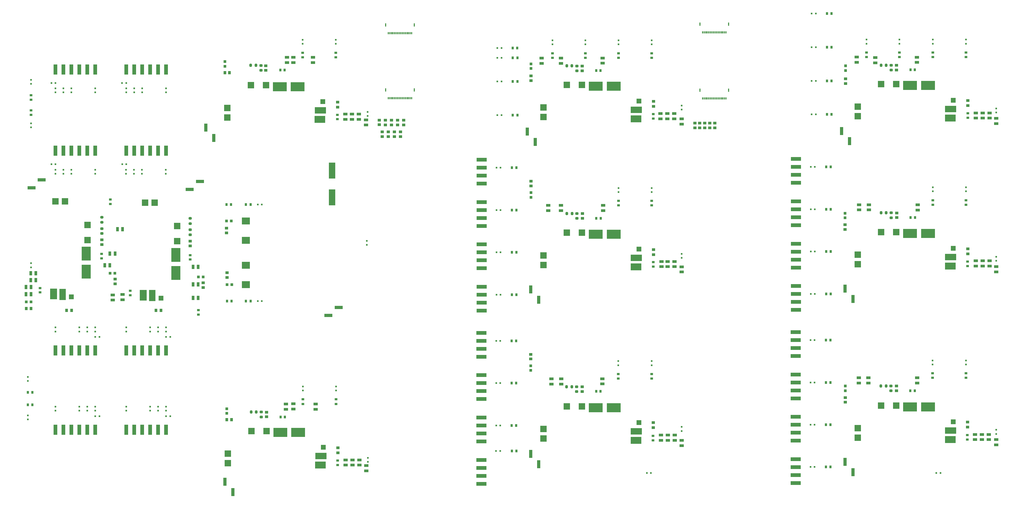
<source format=gbr>
%TF.GenerationSoftware,KiCad,Pcbnew,8.0.1-rc1*%
%TF.CreationDate,2024-04-07T21:12:12-04:00*%
%TF.ProjectId,bcrl_power_supply,6263726c-5f70-46f7-9765-725f73757070,rev?*%
%TF.SameCoordinates,Original*%
%TF.FileFunction,Paste,Top*%
%TF.FilePolarity,Positive*%
%FSLAX46Y46*%
G04 Gerber Fmt 4.6, Leading zero omitted, Abs format (unit mm)*
G04 Created by KiCad (PCBNEW 8.0.1-rc1) date 2024-04-07 21:12:12*
%MOMM*%
%LPD*%
G01*
G04 APERTURE LIST*
G04 Aperture macros list*
%AMRoundRect*
0 Rectangle with rounded corners*
0 $1 Rounding radius*
0 $2 $3 $4 $5 $6 $7 $8 $9 X,Y pos of 4 corners*
0 Add a 4 corners polygon primitive as box body*
4,1,4,$2,$3,$4,$5,$6,$7,$8,$9,$2,$3,0*
0 Add four circle primitives for the rounded corners*
1,1,$1+$1,$2,$3*
1,1,$1+$1,$4,$5*
1,1,$1+$1,$6,$7*
1,1,$1+$1,$8,$9*
0 Add four rect primitives between the rounded corners*
20,1,$1+$1,$2,$3,$4,$5,0*
20,1,$1+$1,$4,$5,$6,$7,0*
20,1,$1+$1,$6,$7,$8,$9,0*
20,1,$1+$1,$8,$9,$2,$3,0*%
G04 Aperture macros list end*
%ADD10R,0.950000X0.950000*%
%ADD11R,0.970000X1.470000*%
%ADD12RoundRect,0.225000X0.250000X-0.225000X0.250000X0.225000X-0.250000X0.225000X-0.250000X-0.225000X0*%
%ADD13R,1.470000X0.970000*%
%ADD14R,0.300000X0.700000*%
%ADD15R,0.300000X1.000000*%
%ADD16R,0.600000X0.550000*%
%ADD17R,3.180000X1.270000*%
%ADD18RoundRect,0.200000X-0.200000X-0.275000X0.200000X-0.275000X0.200000X0.275000X-0.200000X0.275000X0*%
%ADD19R,1.000000X0.850000*%
%ADD20R,0.650000X0.900000*%
%ADD21R,1.000000X2.510000*%
%ADD22R,1.270000X3.180000*%
%ADD23R,2.030000X2.030000*%
%ADD24R,4.450000X2.920000*%
%ADD25R,1.520000X1.520000*%
%ADD26R,3.680000X2.030000*%
%ADD27R,3.430000X2.160000*%
%ADD28R,0.900000X1.000000*%
%ADD29R,0.550000X0.600000*%
%ADD30R,0.750000X0.940000*%
%ADD31R,0.940000X0.750000*%
%ADD32R,0.900000X0.650000*%
%ADD33R,2.920000X4.450000*%
%ADD34R,2.030000X3.680000*%
%ADD35R,2.160000X3.430000*%
%ADD36R,1.000000X0.900000*%
%ADD37R,2.500000X2.300000*%
%ADD38R,2.510000X1.000000*%
%ADD39R,0.850000X1.000000*%
%ADD40RoundRect,0.200000X-0.275000X0.200000X-0.275000X-0.200000X0.275000X-0.200000X0.275000X0.200000X0*%
%ADD41R,2.150000X5.100000*%
G04 APERTURE END LIST*
D10*
%TO.C,D13*%
X314800000Y-174700000D03*
X314800000Y-173200000D03*
%TD*%
D11*
%TO.C,C4*%
X80070000Y-130900000D03*
X81730000Y-130900000D03*
%TD*%
D12*
%TO.C,C61*%
X229143623Y-119695000D03*
X229143623Y-118145000D03*
%TD*%
D13*
%TO.C,C75*%
X260340200Y-190517200D03*
X260340200Y-188857200D03*
%TD*%
D14*
%TO.C,J35*%
X176410000Y-81330000D03*
X175910000Y-81330000D03*
X175410000Y-81330000D03*
X174910000Y-81330000D03*
X174410000Y-81330000D03*
X173910000Y-81330000D03*
X173410000Y-81330000D03*
X172910000Y-81330000D03*
X172410000Y-81330000D03*
X171910000Y-81330000D03*
X171410000Y-81330000D03*
X170910000Y-81330000D03*
X170410000Y-81330000D03*
X169910000Y-81330000D03*
X169410000Y-81330000D03*
X168910000Y-81330000D03*
D15*
X177200000Y-78680000D03*
X168120000Y-78680000D03*
%TD*%
D16*
%TO.C,FB22*%
X90320000Y-105440000D03*
X90320000Y-104140000D03*
%TD*%
D11*
%TO.C,C12*%
X108272000Y-135128000D03*
X106612000Y-135128000D03*
%TD*%
D16*
%TO.C,FB56*%
X162440000Y-196077201D03*
X162440000Y-197377201D03*
%TD*%
D13*
%TO.C,C29*%
X144907000Y-68283400D03*
X144907000Y-69943400D03*
%TD*%
D17*
%TO.C,J72*%
X298960000Y-190640000D03*
X298960000Y-188100000D03*
X298960000Y-185560000D03*
X298960000Y-183020000D03*
%TD*%
D13*
%TO.C,C106*%
X358429200Y-190288600D03*
X358429200Y-188628600D03*
%TD*%
D18*
%TO.C,R55*%
X326175000Y-173150000D03*
X327825000Y-173150000D03*
%TD*%
D13*
%TO.C,C86*%
X358708600Y-87672600D03*
X358708600Y-86012600D03*
%TD*%
D19*
%TO.C,R24*%
X173815000Y-89830000D03*
X173815000Y-88330000D03*
%TD*%
D16*
%TO.C,FB45*%
X72860000Y-154490000D03*
X72860000Y-155790000D03*
%TD*%
D20*
%TO.C,F22*%
X208333623Y-172260000D03*
X209783623Y-172260000D03*
%TD*%
D21*
%TO.C,J68*%
X314760000Y-142130000D03*
X317300000Y-145410000D03*
%TD*%
D10*
%TO.C,D5*%
X118960000Y-140817201D03*
X117460000Y-140817201D03*
%TD*%
D16*
%TO.C,FB81*%
X342730000Y-63920000D03*
X342730000Y-62620000D03*
%TD*%
D22*
%TO.C,J14*%
X62700000Y-72200000D03*
X65240000Y-72200000D03*
X67780000Y-72200000D03*
X70320000Y-72200000D03*
X72860000Y-72200000D03*
X75400000Y-72200000D03*
%TD*%
D23*
%TO.C,PS10*%
X318790000Y-134310000D03*
X318790000Y-131270000D03*
X326280000Y-124030000D03*
X331110000Y-124030000D03*
D24*
X335490000Y-124470000D03*
X341210000Y-124470000D03*
D25*
X349270000Y-129230000D03*
D26*
X348460000Y-132030000D03*
D27*
X348320000Y-134890000D03*
%TD*%
D28*
%TO.C,R9*%
X94760000Y-149010000D03*
X96360000Y-149010000D03*
%TD*%
D13*
%TO.C,C95*%
X360873400Y-134891200D03*
X360873400Y-133231200D03*
%TD*%
%TO.C,C48*%
X161940000Y-198597201D03*
X161940000Y-200257201D03*
%TD*%
D29*
%TO.C,FB96*%
X305010000Y-185530000D03*
X303710000Y-185530000D03*
%TD*%
D16*
%TO.C,FB3*%
X54854824Y-133997201D03*
X54854824Y-135297201D03*
%TD*%
D20*
%TO.C,F2*%
X210128623Y-68400000D03*
X208678623Y-68400000D03*
%TD*%
D17*
%TO.C,J70*%
X298960000Y-163610000D03*
X298960000Y-161070000D03*
X298960000Y-158530000D03*
X298960000Y-155990000D03*
%TD*%
D16*
%TO.C,FB19*%
X62700000Y-79450000D03*
X62700000Y-78150000D03*
%TD*%
D10*
%TO.C,D7*%
X117410000Y-181907201D03*
X117410000Y-180407201D03*
%TD*%
D18*
%TO.C,R47*%
X326205000Y-70770000D03*
X327855000Y-70770000D03*
%TD*%
D20*
%TO.C,F51*%
X124960000Y-115257201D03*
X123510000Y-115257201D03*
%TD*%
D29*
%TO.C,FB90*%
X305080000Y-143770000D03*
X303780000Y-143770000D03*
%TD*%
D13*
%TO.C,C52*%
X237337600Y-68486600D03*
X237337600Y-70146600D03*
%TD*%
D29*
%TO.C,FB74*%
X204650000Y-193900000D03*
X203350000Y-193900000D03*
%TD*%
D19*
%TO.C,R26*%
X168940000Y-93570000D03*
X168940000Y-92070000D03*
%TD*%
D11*
%TO.C,C2*%
X80078000Y-134620000D03*
X78418000Y-134620000D03*
%TD*%
D18*
%TO.C,R13*%
X125035000Y-70832201D03*
X126685000Y-70832201D03*
%TD*%
D20*
%TO.C,F54*%
X124960000Y-146057201D03*
X123510000Y-146057201D03*
%TD*%
D16*
%TO.C,FB15*%
X65240000Y-79450000D03*
X65240000Y-78150000D03*
%TD*%
D30*
%TO.C,C53*%
X235303623Y-72500000D03*
X236703623Y-72500000D03*
%TD*%
D29*
%TO.C,FB71*%
X204683623Y-158760000D03*
X203383623Y-158760000D03*
%TD*%
D31*
%TO.C,C74*%
X253441200Y-190488800D03*
X253441200Y-189088800D03*
%TD*%
D19*
%TO.C,R3*%
X77485000Y-128050000D03*
X77485000Y-126550000D03*
%TD*%
D31*
%TO.C,C44*%
X152806400Y-198388200D03*
X152806400Y-196988200D03*
%TD*%
D16*
%TO.C,FB2*%
X54905176Y-89350000D03*
X54905176Y-90650000D03*
%TD*%
D13*
%TO.C,C80*%
X324383400Y-68385000D03*
X324383400Y-70045000D03*
%TD*%
D29*
%TO.C,FB88*%
X305080000Y-116770000D03*
X303780000Y-116770000D03*
%TD*%
%TO.C,FB95*%
X305010000Y-172030000D03*
X303710000Y-172030000D03*
%TD*%
D16*
%TO.C,FB35*%
X72860000Y-179760000D03*
X72860000Y-181060000D03*
%TD*%
D17*
%TO.C,J41*%
X198703623Y-149110000D03*
X198703623Y-146570000D03*
X198703623Y-144030000D03*
X198703623Y-141490000D03*
%TD*%
D19*
%TO.C,R37*%
X214433623Y-163060000D03*
X214433623Y-164560000D03*
%TD*%
D23*
%TO.C,PS11*%
X318790000Y-189710000D03*
X318790000Y-186670000D03*
X326280000Y-179430000D03*
X331110000Y-179430000D03*
D24*
X335490000Y-179870000D03*
X341210000Y-179870000D03*
D25*
X349270000Y-184630000D03*
D26*
X348460000Y-187430000D03*
D27*
X348320000Y-190290000D03*
%TD*%
D29*
%TO.C,FB38*%
X75400000Y-182790000D03*
X76700000Y-182790000D03*
%TD*%
D16*
%TO.C,FB52*%
X141560000Y-63982201D03*
X141560000Y-62682201D03*
%TD*%
D32*
%TO.C,F43*%
X152260000Y-177432201D03*
X152260000Y-178882201D03*
%TD*%
D12*
%TO.C,C41*%
X128360000Y-183032201D03*
X128360000Y-181482201D03*
%TD*%
D23*
%TO.C,PS2*%
X91280000Y-114660000D03*
X94320000Y-114660000D03*
X101560000Y-122150000D03*
X101560000Y-126980000D03*
D33*
X101120000Y-131360000D03*
X101120000Y-137080000D03*
D25*
X96360000Y-145140000D03*
D34*
X93560000Y-144330000D03*
D35*
X90700000Y-144190000D03*
%TD*%
D31*
%TO.C,C5*%
X77400000Y-131000000D03*
X77400000Y-132400000D03*
%TD*%
D30*
%TO.C,C73*%
X235273623Y-174880000D03*
X236673623Y-174880000D03*
%TD*%
D16*
%TO.C,FB93*%
X342700000Y-166300000D03*
X342700000Y-165000000D03*
%TD*%
D20*
%TO.C,F24*%
X208375000Y-193900000D03*
X209825000Y-193900000D03*
%TD*%
D36*
%TO.C,R32*%
X253603623Y-83900000D03*
X253603623Y-82300000D03*
%TD*%
D16*
%TO.C,FB40*%
X85300000Y-154490000D03*
X85300000Y-155790000D03*
%TD*%
D12*
%TO.C,C91*%
X329470000Y-119465000D03*
X329470000Y-117915000D03*
%TD*%
D31*
%TO.C,C104*%
X353745800Y-190260200D03*
X353745800Y-188860200D03*
%TD*%
D23*
%TO.C,PS8*%
X218463623Y-189940000D03*
X218463623Y-186900000D03*
X225953623Y-179660000D03*
X230783623Y-179660000D03*
D24*
X235163623Y-180100000D03*
X240883623Y-180100000D03*
D25*
X248943623Y-184860000D03*
D26*
X248133623Y-187660000D03*
D27*
X247993623Y-190520000D03*
%TD*%
D13*
%TO.C,C77*%
X255940200Y-190517200D03*
X255940200Y-188857200D03*
%TD*%
D19*
%TO.C,R45*%
X268370000Y-90770000D03*
X268370000Y-89270000D03*
%TD*%
%TO.C,R11*%
X117460000Y-138550000D03*
X117460000Y-137050000D03*
%TD*%
D13*
%TO.C,C35*%
X159578400Y-88053600D03*
X159578400Y-86393600D03*
%TD*%
D32*
%TO.C,F25*%
X353370000Y-113865000D03*
X353370000Y-115315000D03*
%TD*%
D19*
%TO.C,R18*%
X130080000Y-181510000D03*
X130080000Y-183010000D03*
%TD*%
D21*
%TO.C,J28*%
X110710000Y-90730000D03*
X113250000Y-94010000D03*
%TD*%
D29*
%TO.C,FB28*%
X62690000Y-102410000D03*
X61390000Y-102410000D03*
%TD*%
D19*
%TO.C,R54*%
X314800000Y-178350000D03*
X314800000Y-176850000D03*
%TD*%
D32*
%TO.C,F46*%
X54905176Y-80375000D03*
X54905176Y-81825000D03*
%TD*%
D13*
%TO.C,C87*%
X356508600Y-87672600D03*
X356508600Y-86012600D03*
%TD*%
%TO.C,C30*%
X138607800Y-68283400D03*
X138607800Y-69943400D03*
%TD*%
D22*
%TO.C,J15*%
X85300000Y-98100000D03*
X87840000Y-98100000D03*
X90380000Y-98100000D03*
X92920000Y-98100000D03*
X95460000Y-98100000D03*
X98000000Y-98100000D03*
%TD*%
D29*
%TO.C,FB8*%
X127240000Y-146057201D03*
X128540000Y-146057201D03*
%TD*%
D20*
%TO.C,F31*%
X308730000Y-103270000D03*
X310180000Y-103270000D03*
%TD*%
D17*
%TO.C,J49*%
X198633623Y-204370000D03*
X198633623Y-201830000D03*
X198633623Y-199290000D03*
X198633623Y-196750000D03*
%TD*%
D13*
%TO.C,C99*%
X322224400Y-170543800D03*
X322224400Y-172203800D03*
%TD*%
D20*
%TO.C,F1*%
X210125000Y-65300000D03*
X208675000Y-65300000D03*
%TD*%
D13*
%TO.C,C47*%
X155305400Y-198416600D03*
X155305400Y-196756600D03*
%TD*%
D10*
%TO.C,D1*%
X81650000Y-137200000D03*
X80150000Y-137200000D03*
%TD*%
D16*
%TO.C,FB84*%
X362995176Y-84572799D03*
X362995176Y-85872799D03*
%TD*%
D13*
%TO.C,C40*%
X145770600Y-178925800D03*
X145770600Y-180585800D03*
%TD*%
D17*
%TO.C,J48*%
X198633623Y-190870000D03*
X198633623Y-188330000D03*
X198633623Y-185790000D03*
X198633623Y-183250000D03*
%TD*%
%TO.C,J63*%
X299030000Y-121850000D03*
X299030000Y-119310000D03*
X299030000Y-116770000D03*
X299030000Y-114230000D03*
%TD*%
D13*
%TO.C,C85*%
X360908600Y-87672600D03*
X360908600Y-86012600D03*
%TD*%
D19*
%TO.C,R22*%
X172850000Y-93570000D03*
X172850000Y-92070000D03*
%TD*%
D21*
%TO.C,J52*%
X214430000Y-194860000D03*
X216970000Y-198140000D03*
%TD*%
D16*
%TO.C,FB51*%
X152160000Y-63982201D03*
X152160000Y-62682201D03*
%TD*%
D20*
%TO.C,F55*%
X118910000Y-146057201D03*
X117460000Y-146057201D03*
%TD*%
D29*
%TO.C,FB103*%
X252783600Y-200902799D03*
X251483600Y-200902799D03*
%TD*%
D13*
%TO.C,C67*%
X260273800Y-135094400D03*
X260273800Y-133434400D03*
%TD*%
D16*
%TO.C,FB85*%
X353370000Y-111040000D03*
X353370000Y-109740000D03*
%TD*%
D19*
%TO.C,R41*%
X269970000Y-90770000D03*
X269970000Y-89270000D03*
%TD*%
D16*
%TO.C,FB5*%
X53900000Y-182550000D03*
X53900000Y-183850000D03*
%TD*%
D29*
%TO.C,FB67*%
X204753623Y-144000000D03*
X203453623Y-144000000D03*
%TD*%
D37*
%TO.C,C22*%
X123510000Y-134617201D03*
X123510000Y-140817201D03*
%TD*%
D16*
%TO.C,FB92*%
X353300000Y-166300000D03*
X353300000Y-165000000D03*
%TD*%
%TO.C,FB9*%
X162050000Y-126850000D03*
X162050000Y-128150000D03*
%TD*%
D29*
%TO.C,FB36*%
X98000000Y-182790000D03*
X99300000Y-182790000D03*
%TD*%
D31*
%TO.C,C6*%
X57810000Y-143310000D03*
X57810000Y-141910000D03*
%TD*%
D19*
%TO.C,R46*%
X314900000Y-76662500D03*
X314900000Y-75162500D03*
%TD*%
D13*
%TO.C,C82*%
X337642200Y-68232600D03*
X337642200Y-69892600D03*
%TD*%
D29*
%TO.C,FB58*%
X205053623Y-68400000D03*
X203753623Y-68400000D03*
%TD*%
D10*
%TO.C,D4*%
X117310000Y-120497201D03*
X118810000Y-120497201D03*
%TD*%
D38*
%TO.C,J7*%
X105520000Y-110410000D03*
X108800000Y-107870000D03*
%TD*%
D16*
%TO.C,FB31*%
X62700000Y-179760000D03*
X62700000Y-181060000D03*
%TD*%
D13*
%TO.C,C32*%
X136626600Y-68283400D03*
X136626600Y-69943400D03*
%TD*%
D36*
%TO.C,R53*%
X353930000Y-131000000D03*
X353930000Y-129400000D03*
%TD*%
D23*
%TO.C,PS7*%
X218463623Y-134540000D03*
X218463623Y-131500000D03*
X225953623Y-124260000D03*
X230783623Y-124260000D03*
D24*
X235163623Y-124700000D03*
X240883623Y-124700000D03*
D25*
X248943623Y-129460000D03*
D26*
X248133623Y-132260000D03*
D27*
X247993623Y-135120000D03*
%TD*%
D13*
%TO.C,C90*%
X319251400Y-115324200D03*
X319251400Y-116984200D03*
%TD*%
D12*
%TO.C,C71*%
X229073623Y-174955000D03*
X229073623Y-173405000D03*
%TD*%
D20*
%TO.C,F7*%
X310455000Y-75770000D03*
X309005000Y-75770000D03*
%TD*%
D16*
%TO.C,FB30*%
X85300000Y-179760000D03*
X85300000Y-181060000D03*
%TD*%
D17*
%TO.C,J39*%
X198703623Y-122080000D03*
X198703623Y-119540000D03*
X198703623Y-117000000D03*
X198703623Y-114460000D03*
%TD*%
D14*
%TO.C,J55*%
X276740000Y-81400000D03*
X276240000Y-81400000D03*
X275740000Y-81400000D03*
X275240000Y-81400000D03*
X274740000Y-81400000D03*
X274240000Y-81400000D03*
X273740000Y-81400000D03*
X273240000Y-81400000D03*
X272740000Y-81400000D03*
X272240000Y-81400000D03*
X271740000Y-81400000D03*
X271240000Y-81400000D03*
X270740000Y-81400000D03*
X270240000Y-81400000D03*
X269740000Y-81400000D03*
X269240000Y-81400000D03*
D15*
X277530000Y-78750000D03*
X268450000Y-78750000D03*
%TD*%
D32*
%TO.C,F19*%
X252973623Y-169355000D03*
X252973623Y-170805000D03*
%TD*%
D16*
%TO.C,FB39*%
X75400000Y-179760000D03*
X75400000Y-181060000D03*
%TD*%
%TO.C,FB23*%
X67780000Y-105440000D03*
X67780000Y-104140000D03*
%TD*%
D20*
%TO.C,F39*%
X308660000Y-185530000D03*
X310110000Y-185530000D03*
%TD*%
D13*
%TO.C,C55*%
X262540000Y-87900000D03*
X262540000Y-89560000D03*
%TD*%
D16*
%TO.C,FB44*%
X95460000Y-154490000D03*
X95460000Y-155790000D03*
%TD*%
%TO.C,FB27*%
X85240000Y-105440000D03*
X85240000Y-104140000D03*
%TD*%
D29*
%TO.C,FB73*%
X204683623Y-185760000D03*
X203383623Y-185760000D03*
%TD*%
D16*
%TO.C,FB63*%
X242443623Y-111270000D03*
X242443623Y-109970000D03*
%TD*%
%TO.C,FB99*%
X253003623Y-64150000D03*
X253003623Y-62850000D03*
%TD*%
D17*
%TO.C,J73*%
X298960000Y-204140000D03*
X298960000Y-201600000D03*
X298960000Y-199060000D03*
X298960000Y-196520000D03*
%TD*%
D13*
%TO.C,C39*%
X136245600Y-178925800D03*
X136245600Y-180585800D03*
%TD*%
D11*
%TO.C,C10*%
X54904824Y-143843869D03*
X53244824Y-143843869D03*
%TD*%
D29*
%TO.C,FB57*%
X205050000Y-65300000D03*
X203750000Y-65300000D03*
%TD*%
D16*
%TO.C,FB68*%
X262540000Y-130980000D03*
X262540000Y-132280000D03*
%TD*%
D13*
%TO.C,C37*%
X155178400Y-88053600D03*
X155178400Y-86393600D03*
%TD*%
D36*
%TO.C,R15*%
X152760000Y-84157201D03*
X152760000Y-82557201D03*
%TD*%
D13*
%TO.C,C100*%
X319124400Y-170543800D03*
X319124400Y-172203800D03*
%TD*%
D16*
%TO.C,FB70*%
X242373623Y-166530000D03*
X242373623Y-165230000D03*
%TD*%
D13*
%TO.C,C96*%
X358673400Y-134891200D03*
X358673400Y-133231200D03*
%TD*%
D20*
%TO.C,F23*%
X208333623Y-185760000D03*
X209783623Y-185760000D03*
%TD*%
D13*
%TO.C,C58*%
X260197600Y-87875800D03*
X260197600Y-86215800D03*
%TD*%
D16*
%TO.C,FB47*%
X98000000Y-154490000D03*
X98000000Y-155790000D03*
%TD*%
D20*
%TO.C,F13*%
X208403623Y-103500000D03*
X209853623Y-103500000D03*
%TD*%
D13*
%TO.C,C68*%
X262540000Y-135120000D03*
X262540000Y-136780000D03*
%TD*%
D32*
%TO.C,F12*%
X221303623Y-66975000D03*
X221303623Y-68425000D03*
%TD*%
D16*
%TO.C,FB17*%
X85260000Y-79450000D03*
X85260000Y-78150000D03*
%TD*%
D13*
%TO.C,C46*%
X157505400Y-198416600D03*
X157505400Y-196756600D03*
%TD*%
D29*
%TO.C,FB94*%
X305010000Y-158530000D03*
X303710000Y-158530000D03*
%TD*%
D38*
%TO.C,J3*%
X58310000Y-107360000D03*
X55030000Y-109900000D03*
%TD*%
D32*
%TO.C,F17*%
X253043623Y-114095000D03*
X253043623Y-115545000D03*
%TD*%
D13*
%TO.C,C107*%
X356229200Y-190288600D03*
X356229200Y-188628600D03*
%TD*%
D11*
%TO.C,C1*%
X82482000Y-123113800D03*
X84142000Y-123113800D03*
%TD*%
D13*
%TO.C,C66*%
X258089400Y-135094400D03*
X258089400Y-133434400D03*
%TD*%
D20*
%TO.C,F33*%
X308730000Y-130270000D03*
X310180000Y-130270000D03*
%TD*%
D16*
%TO.C,FB42*%
X92920000Y-154490000D03*
X92920000Y-155790000D03*
%TD*%
D28*
%TO.C,R4*%
X66240000Y-149010000D03*
X67840000Y-149010000D03*
%TD*%
D31*
%TO.C,C94*%
X353847400Y-134862800D03*
X353847400Y-133462800D03*
%TD*%
D29*
%TO.C,FB64*%
X204753623Y-103500000D03*
X203453623Y-103500000D03*
%TD*%
D17*
%TO.C,J64*%
X299030000Y-135380000D03*
X299030000Y-132840000D03*
X299030000Y-130300000D03*
X299030000Y-127760000D03*
%TD*%
D29*
%TO.C,FB66*%
X204753623Y-130500000D03*
X203453623Y-130500000D03*
%TD*%
D32*
%TO.C,F41*%
X152160000Y-66807201D03*
X152160000Y-68257201D03*
%TD*%
%TO.C,F9*%
X253003623Y-66975000D03*
X253003623Y-68425000D03*
%TD*%
D22*
%TO.C,J20*%
X75400000Y-161825000D03*
X72860000Y-161825000D03*
X70320000Y-161825000D03*
X67780000Y-161825000D03*
X65240000Y-161825000D03*
X62700000Y-161825000D03*
%TD*%
D30*
%TO.C,C103*%
X335600000Y-174650000D03*
X337000000Y-174650000D03*
%TD*%
D13*
%TO.C,C108*%
X362995176Y-190290000D03*
X362995176Y-191950000D03*
%TD*%
D19*
%TO.C,R31*%
X230853623Y-71050000D03*
X230853623Y-72550000D03*
%TD*%
D20*
%TO.C,F38*%
X308660000Y-172030000D03*
X310110000Y-172030000D03*
%TD*%
D36*
%TO.C,R49*%
X353930000Y-83670000D03*
X353930000Y-82070000D03*
%TD*%
D13*
%TO.C,C102*%
X337743800Y-170569200D03*
X337743800Y-172229200D03*
%TD*%
D11*
%TO.C,C14*%
X108272000Y-140716000D03*
X106612000Y-140716000D03*
%TD*%
D13*
%TO.C,C56*%
X255797600Y-87875800D03*
X255797600Y-86215800D03*
%TD*%
D31*
%TO.C,C84*%
X353923600Y-87542600D03*
X353923600Y-86142600D03*
%TD*%
D11*
%TO.C,C11*%
X108246600Y-145059400D03*
X106586600Y-145059400D03*
%TD*%
D16*
%TO.C,FB29*%
X62690000Y-105440000D03*
X62690000Y-104140000D03*
%TD*%
%TO.C,FB10*%
X98000000Y-79450000D03*
X98000000Y-78150000D03*
%TD*%
D20*
%TO.C,F6*%
X310455000Y-65070000D03*
X309005000Y-65070000D03*
%TD*%
D21*
%TO.C,J76*%
X314690000Y-197390000D03*
X317230000Y-200670000D03*
%TD*%
D13*
%TO.C,C50*%
X224078800Y-68512000D03*
X224078800Y-70172000D03*
%TD*%
D32*
%TO.C,F10*%
X242403623Y-66975000D03*
X242403623Y-68425000D03*
%TD*%
D31*
%TO.C,C54*%
X253492000Y-87796600D03*
X253492000Y-86396600D03*
%TD*%
D32*
%TO.C,F44*%
X141660000Y-177432201D03*
X141660000Y-178882201D03*
%TD*%
D13*
%TO.C,C78*%
X262540000Y-190520000D03*
X262540000Y-192180000D03*
%TD*%
D10*
%TO.C,D9*%
X214503623Y-111450000D03*
X214503623Y-112950000D03*
%TD*%
%TO.C,D6*%
X116810000Y-71107201D03*
X116810000Y-69607201D03*
%TD*%
D30*
%TO.C,C43*%
X134529600Y-183083200D03*
X135929600Y-183083200D03*
%TD*%
D19*
%TO.C,R10*%
X117310000Y-124307201D03*
X117310000Y-122807201D03*
%TD*%
D29*
%TO.C,FB7*%
X127240000Y-115257201D03*
X128540000Y-115257201D03*
%TD*%
D32*
%TO.C,F47*%
X54905176Y-86625000D03*
X54905176Y-85175000D03*
%TD*%
D29*
%TO.C,FB59*%
X205053623Y-76000000D03*
X203753623Y-76000000D03*
%TD*%
D13*
%TO.C,C60*%
X224028000Y-115502000D03*
X224028000Y-117162000D03*
%TD*%
D39*
%TO.C,R12*%
X118260000Y-73157201D03*
X116760000Y-73157201D03*
%TD*%
D36*
%TO.C,R40*%
X253533623Y-186490000D03*
X253533623Y-184890000D03*
%TD*%
D16*
%TO.C,FB102*%
X221303623Y-64150000D03*
X221303623Y-62850000D03*
%TD*%
D13*
%TO.C,C105*%
X360629200Y-190288600D03*
X360629200Y-188628600D03*
%TD*%
D32*
%TO.C,F27*%
X353330000Y-66745000D03*
X353330000Y-68195000D03*
%TD*%
D19*
%TO.C,R29*%
X214477600Y-75705400D03*
X214477600Y-74205400D03*
%TD*%
D13*
%TO.C,C45*%
X159705400Y-198416600D03*
X159705400Y-196756600D03*
%TD*%
D10*
%TO.C,D8*%
X214500000Y-71850000D03*
X214500000Y-70350000D03*
%TD*%
D20*
%TO.C,F40*%
X308660000Y-199030000D03*
X310110000Y-199030000D03*
%TD*%
D13*
%TO.C,C57*%
X257997600Y-87875800D03*
X257997600Y-86215800D03*
%TD*%
D32*
%TO.C,F36*%
X342700000Y-169125000D03*
X342700000Y-170575000D03*
%TD*%
D17*
%TO.C,J47*%
X198633623Y-177340000D03*
X198633623Y-174800000D03*
X198633623Y-172260000D03*
X198633623Y-169720000D03*
%TD*%
%TO.C,J40*%
X198703623Y-135610000D03*
X198703623Y-133070000D03*
X198703623Y-130530000D03*
X198703623Y-127990000D03*
%TD*%
D29*
%TO.C,FB46*%
X98000000Y-157520000D03*
X99300000Y-157520000D03*
%TD*%
D16*
%TO.C,FB1*%
X54905176Y-76750000D03*
X54905176Y-75450000D03*
%TD*%
D10*
%TO.C,D2*%
X53390000Y-146330000D03*
X54890000Y-146330000D03*
%TD*%
D16*
%TO.C,FB69*%
X252973623Y-166530000D03*
X252973623Y-165230000D03*
%TD*%
D13*
%TO.C,C69*%
X224129600Y-170874000D03*
X224129600Y-172534000D03*
%TD*%
D16*
%TO.C,FB11*%
X75400000Y-79450000D03*
X75400000Y-78150000D03*
%TD*%
D13*
%TO.C,C88*%
X363030000Y-87740000D03*
X363030000Y-89400000D03*
%TD*%
D32*
%TO.C,F30*%
X321630000Y-66745000D03*
X321630000Y-68195000D03*
%TD*%
D23*
%TO.C,PS9*%
X318790000Y-87090000D03*
X318790000Y-84050000D03*
X326280000Y-76810000D03*
X331110000Y-76810000D03*
D24*
X335490000Y-77250000D03*
X341210000Y-77250000D03*
D25*
X349270000Y-82010000D03*
D26*
X348460000Y-84810000D03*
D27*
X348320000Y-87670000D03*
%TD*%
D31*
%TO.C,C15*%
X105660000Y-131400000D03*
X105660000Y-132800000D03*
%TD*%
D13*
%TO.C,C38*%
X161860000Y-88227201D03*
X161860000Y-89887201D03*
%TD*%
D16*
%TO.C,FB62*%
X253043623Y-111270000D03*
X253043623Y-109970000D03*
%TD*%
D31*
%TO.C,C64*%
X253492000Y-135066000D03*
X253492000Y-133666000D03*
%TD*%
D16*
%TO.C,FB21*%
X75340000Y-105440000D03*
X75340000Y-104140000D03*
%TD*%
D19*
%TO.C,R48*%
X331180000Y-70820000D03*
X331180000Y-72320000D03*
%TD*%
D17*
%TO.C,J65*%
X299030000Y-148880000D03*
X299030000Y-146340000D03*
X299030000Y-143800000D03*
X299030000Y-141260000D03*
%TD*%
D16*
%TO.C,FB43*%
X70320000Y-154490000D03*
X70320000Y-155790000D03*
%TD*%
D20*
%TO.C,F4*%
X210128623Y-86700000D03*
X208678623Y-86700000D03*
%TD*%
%TO.C,F8*%
X310455000Y-86470000D03*
X309005000Y-86470000D03*
%TD*%
D40*
%TO.C,R7*%
X105660000Y-119675000D03*
X105660000Y-121325000D03*
%TD*%
D11*
%TO.C,C8*%
X54796000Y-139410535D03*
X56456000Y-139410535D03*
%TD*%
D20*
%TO.C,F49*%
X53900000Y-175200000D03*
X55350000Y-175200000D03*
%TD*%
D13*
%TO.C,C18*%
X84074000Y-145610000D03*
X84074000Y-143950000D03*
%TD*%
%TO.C,C98*%
X363030000Y-135070000D03*
X363030000Y-136730000D03*
%TD*%
D29*
%TO.C,FB79*%
X305380000Y-86470000D03*
X304080000Y-86470000D03*
%TD*%
D12*
%TO.C,C81*%
X329430000Y-72345000D03*
X329430000Y-70795000D03*
%TD*%
D32*
%TO.C,F29*%
X332130000Y-66745000D03*
X332130000Y-68195000D03*
%TD*%
D10*
%TO.C,D12*%
X314700000Y-119525000D03*
X314700000Y-118025000D03*
%TD*%
D21*
%TO.C,J44*%
X214433623Y-142360000D03*
X216973623Y-145640000D03*
%TD*%
D16*
%TO.C,FB32*%
X92920000Y-179760000D03*
X92920000Y-181060000D03*
%TD*%
D23*
%TO.C,PS5*%
X117740000Y-197837201D03*
X117740000Y-194797201D03*
X125230000Y-187557201D03*
X130060000Y-187557201D03*
D24*
X134440000Y-187997201D03*
X140160000Y-187997201D03*
D25*
X148220000Y-192757201D03*
D26*
X147410000Y-195557201D03*
D27*
X147270000Y-198417201D03*
%TD*%
D20*
%TO.C,F16*%
X208403623Y-144000000D03*
X209853623Y-144000000D03*
%TD*%
D21*
%TO.C,J36*%
X213303623Y-92000000D03*
X215843623Y-95280000D03*
%TD*%
D20*
%TO.C,F5*%
X310455000Y-54270000D03*
X309005000Y-54270000D03*
%TD*%
D16*
%TO.C,FB91*%
X362995176Y-131902799D03*
X362995176Y-133202799D03*
%TD*%
D40*
%TO.C,R2*%
X77480000Y-119295000D03*
X77480000Y-120945000D03*
%TD*%
D13*
%TO.C,C92*%
X337972400Y-115349600D03*
X337972400Y-117009600D03*
%TD*%
D16*
%TO.C,FB55*%
X141660000Y-174607201D03*
X141660000Y-173307201D03*
%TD*%
D37*
%TO.C,C21*%
X123510000Y-120497201D03*
X123510000Y-126697201D03*
%TD*%
D29*
%TO.C,FB78*%
X305380000Y-75770000D03*
X304080000Y-75770000D03*
%TD*%
%TO.C,FB65*%
X204753623Y-117000000D03*
X203453623Y-117000000D03*
%TD*%
D19*
%TO.C,R39*%
X230823623Y-173430000D03*
X230823623Y-174930000D03*
%TD*%
%TO.C,R44*%
X266770000Y-90770000D03*
X266770000Y-89270000D03*
%TD*%
%TO.C,R8*%
X105660000Y-128430000D03*
X105660000Y-126930000D03*
%TD*%
D22*
%TO.C,J13*%
X85300000Y-72200000D03*
X87840000Y-72200000D03*
X90380000Y-72200000D03*
X92920000Y-72200000D03*
X95460000Y-72200000D03*
X98000000Y-72200000D03*
%TD*%
D29*
%TO.C,FB77*%
X305380000Y-65070000D03*
X304080000Y-65070000D03*
%TD*%
D16*
%TO.C,FB100*%
X242403623Y-64150000D03*
X242403623Y-62850000D03*
%TD*%
%TO.C,FB14*%
X87840000Y-79450000D03*
X87840000Y-78150000D03*
%TD*%
D13*
%TO.C,C49*%
X217881200Y-68512000D03*
X217881200Y-70172000D03*
%TD*%
D36*
%TO.C,R57*%
X353860000Y-186260000D03*
X353860000Y-184660000D03*
%TD*%
D16*
%TO.C,FB61*%
X262540000Y-83650000D03*
X262540000Y-84950000D03*
%TD*%
D36*
%TO.C,R19*%
X152840000Y-194527201D03*
X152840000Y-192927201D03*
%TD*%
D13*
%TO.C,C42*%
X138633200Y-178875000D03*
X138633200Y-180535000D03*
%TD*%
D16*
%TO.C,FB33*%
X70320000Y-179760000D03*
X70320000Y-181060000D03*
%TD*%
D13*
%TO.C,C97*%
X356473400Y-134891200D03*
X356473400Y-133231200D03*
%TD*%
D29*
%TO.C,FB16*%
X85270000Y-76500000D03*
X83970000Y-76500000D03*
%TD*%
D13*
%TO.C,C79*%
X318490600Y-68207200D03*
X318490600Y-69867200D03*
%TD*%
D38*
%TO.C,J11*%
X153070000Y-148117201D03*
X149790000Y-150657201D03*
%TD*%
D39*
%TO.C,R16*%
X118860000Y-183957201D03*
X117360000Y-183957201D03*
%TD*%
D30*
%TO.C,C83*%
X335630000Y-72270000D03*
X337030000Y-72270000D03*
%TD*%
D23*
%TO.C,PS6*%
X218463623Y-87320000D03*
X218463623Y-84280000D03*
X225953623Y-77040000D03*
X230783623Y-77040000D03*
D24*
X235163623Y-77480000D03*
X240883623Y-77480000D03*
D25*
X248943623Y-82240000D03*
D26*
X248133623Y-85040000D03*
D27*
X247993623Y-87900000D03*
%TD*%
D16*
%TO.C,FB20*%
X97940000Y-105440000D03*
X97940000Y-104140000D03*
%TD*%
%TO.C,FB82*%
X332130000Y-63920000D03*
X332130000Y-62620000D03*
%TD*%
D20*
%TO.C,F15*%
X208403623Y-130500000D03*
X209853623Y-130500000D03*
%TD*%
D23*
%TO.C,PS1*%
X62680000Y-114260000D03*
X65720000Y-114260000D03*
X72960000Y-121750000D03*
X72960000Y-126580000D03*
D33*
X72520000Y-130960000D03*
X72520000Y-136680000D03*
D25*
X67760000Y-144740000D03*
D34*
X64960000Y-143930000D03*
D35*
X62100000Y-143790000D03*
%TD*%
D29*
%TO.C,FB48*%
X75400000Y-157520000D03*
X76700000Y-157520000D03*
%TD*%
D16*
%TO.C,FB80*%
X353330000Y-63920000D03*
X353330000Y-62620000D03*
%TD*%
D12*
%TO.C,C51*%
X229103623Y-72575000D03*
X229103623Y-71025000D03*
%TD*%
D19*
%TO.C,R27*%
X169910000Y-89830000D03*
X169910000Y-88330000D03*
%TD*%
D16*
%TO.C,FB41*%
X62700000Y-154490000D03*
X62700000Y-155790000D03*
%TD*%
D32*
%TO.C,F28*%
X342730000Y-66745000D03*
X342730000Y-68195000D03*
%TD*%
D16*
%TO.C,FB83*%
X321630000Y-63920000D03*
X321630000Y-62620000D03*
%TD*%
D19*
%TO.C,R33*%
X214503623Y-107800000D03*
X214503623Y-109300000D03*
%TD*%
D16*
%TO.C,FB98*%
X362995176Y-187162799D03*
X362995176Y-188462799D03*
%TD*%
D19*
%TO.C,R56*%
X331150000Y-173200000D03*
X331150000Y-174700000D03*
%TD*%
D31*
%TO.C,C16*%
X86560000Y-144200000D03*
X86560000Y-142800000D03*
%TD*%
D19*
%TO.C,R52*%
X331220000Y-117940000D03*
X331220000Y-119440000D03*
%TD*%
D30*
%TO.C,C33*%
X134460000Y-72332201D03*
X135860000Y-72332201D03*
%TD*%
D16*
%TO.C,FB12*%
X90370000Y-79450000D03*
X90370000Y-78150000D03*
%TD*%
%TO.C,FB37*%
X98000000Y-179760000D03*
X98000000Y-181060000D03*
%TD*%
D32*
%TO.C,F18*%
X242443623Y-114095000D03*
X242443623Y-115545000D03*
%TD*%
D16*
%TO.C,FB101*%
X231803623Y-64150000D03*
X231803623Y-62850000D03*
%TD*%
D19*
%TO.C,R1*%
X81700000Y-140550000D03*
X81700000Y-139050000D03*
%TD*%
D18*
%TO.C,R30*%
X225878623Y-71000000D03*
X227528623Y-71000000D03*
%TD*%
D20*
%TO.C,F37*%
X308660000Y-158530000D03*
X310110000Y-158530000D03*
%TD*%
D10*
%TO.C,D10*%
X214433623Y-166710000D03*
X214433623Y-168210000D03*
%TD*%
D16*
%TO.C,FB86*%
X342770000Y-111040000D03*
X342770000Y-109740000D03*
%TD*%
D17*
%TO.C,J38*%
X198703623Y-108580000D03*
X198703623Y-106040000D03*
X198703623Y-103500000D03*
X198703623Y-100960000D03*
%TD*%
D13*
%TO.C,C62*%
X237490000Y-115502000D03*
X237490000Y-117162000D03*
%TD*%
D22*
%TO.C,J16*%
X62700000Y-98100000D03*
X65240000Y-98100000D03*
X67780000Y-98100000D03*
X70320000Y-98100000D03*
X72860000Y-98100000D03*
X75400000Y-98100000D03*
%TD*%
D18*
%TO.C,R51*%
X326245000Y-117890000D03*
X327895000Y-117890000D03*
%TD*%
D14*
%TO.C,J34*%
X176410000Y-60552500D03*
X175910000Y-60552500D03*
X175410000Y-60552500D03*
X174910000Y-60552500D03*
X174410000Y-60552500D03*
X173910000Y-60552500D03*
X173410000Y-60552500D03*
X172910000Y-60552500D03*
X172410000Y-60552500D03*
X171910000Y-60552500D03*
X171410000Y-60552500D03*
X170910000Y-60552500D03*
X170410000Y-60552500D03*
X169910000Y-60552500D03*
X169410000Y-60552500D03*
X168910000Y-60552500D03*
D15*
X177200000Y-57902500D03*
X168120000Y-57902500D03*
%TD*%
D12*
%TO.C,C31*%
X128260000Y-72407201D03*
X128260000Y-70857201D03*
%TD*%
D21*
%TO.C,J32*%
X116740000Y-203717201D03*
X119280000Y-206997201D03*
%TD*%
D12*
%TO.C,C13*%
X105680000Y-124885000D03*
X105680000Y-123335000D03*
%TD*%
D36*
%TO.C,R36*%
X253603623Y-131230000D03*
X253603623Y-129630000D03*
%TD*%
D19*
%TO.C,R28*%
X170870000Y-93560000D03*
X170870000Y-92060000D03*
%TD*%
D16*
%TO.C,FB4*%
X53900000Y-171550000D03*
X53900000Y-170250000D03*
%TD*%
D20*
%TO.C,F21*%
X208333623Y-158760000D03*
X209783623Y-158760000D03*
%TD*%
D10*
%TO.C,D11*%
X314900000Y-72512500D03*
X314900000Y-71012500D03*
%TD*%
D30*
%TO.C,C93*%
X335670000Y-119390000D03*
X337070000Y-119390000D03*
%TD*%
D16*
%TO.C,FB25*%
X65240000Y-105440000D03*
X65240000Y-104140000D03*
%TD*%
D20*
%TO.C,F53*%
X118760000Y-115257201D03*
X117310000Y-115257201D03*
%TD*%
D11*
%TO.C,C9*%
X54904824Y-141627201D03*
X53244824Y-141627201D03*
%TD*%
D16*
%TO.C,FB49*%
X75400000Y-154490000D03*
X75400000Y-155790000D03*
%TD*%
D18*
%TO.C,R34*%
X225918623Y-118120000D03*
X227568623Y-118120000D03*
%TD*%
D13*
%TO.C,C72*%
X237261400Y-170848600D03*
X237261400Y-172508600D03*
%TD*%
D19*
%TO.C,R14*%
X129860000Y-70950000D03*
X129860000Y-72450000D03*
%TD*%
D12*
%TO.C,C101*%
X329400000Y-174725000D03*
X329400000Y-173175000D03*
%TD*%
D13*
%TO.C,C36*%
X157378400Y-88053600D03*
X157378400Y-86393600D03*
%TD*%
%TO.C,C65*%
X256108200Y-135094400D03*
X256108200Y-133434400D03*
%TD*%
D32*
%TO.C,F11*%
X231803623Y-66975000D03*
X231803623Y-68425000D03*
%TD*%
D30*
%TO.C,C63*%
X235343623Y-119620000D03*
X236743623Y-119620000D03*
%TD*%
D11*
%TO.C,C7*%
X54796000Y-137193869D03*
X56456000Y-137193869D03*
%TD*%
D29*
%TO.C,FB50*%
X345175176Y-200900000D03*
X343875176Y-200900000D03*
%TD*%
%TO.C,FB60*%
X205053623Y-86700000D03*
X203753623Y-86700000D03*
%TD*%
%TO.C,FB87*%
X305080000Y-103270000D03*
X303780000Y-103270000D03*
%TD*%
D12*
%TO.C,C3*%
X77480000Y-124515000D03*
X77480000Y-122965000D03*
%TD*%
D16*
%TO.C,FB75*%
X262540000Y-186240000D03*
X262540000Y-187540000D03*
%TD*%
D19*
%TO.C,R35*%
X230893623Y-118170000D03*
X230893623Y-119670000D03*
%TD*%
D13*
%TO.C,C17*%
X80975200Y-145762400D03*
X80975200Y-144102400D03*
%TD*%
D18*
%TO.C,R17*%
X125135000Y-181457201D03*
X126785000Y-181457201D03*
%TD*%
D29*
%TO.C,FB76*%
X305380000Y-54270000D03*
X304080000Y-54270000D03*
%TD*%
D19*
%TO.C,R43*%
X273170000Y-90770000D03*
X273170000Y-89270000D03*
%TD*%
D32*
%TO.C,F20*%
X242373623Y-169355000D03*
X242373623Y-170805000D03*
%TD*%
%TO.C,F45*%
X80200000Y-115125000D03*
X80200000Y-113675000D03*
%TD*%
D16*
%TO.C,FB34*%
X95460000Y-179760000D03*
X95460000Y-181060000D03*
%TD*%
D29*
%TO.C,FB89*%
X305080000Y-130270000D03*
X303780000Y-130270000D03*
%TD*%
D32*
%TO.C,F26*%
X342770000Y-113865000D03*
X342770000Y-115315000D03*
%TD*%
D22*
%TO.C,J18*%
X75400000Y-187100000D03*
X72860000Y-187100000D03*
X70320000Y-187100000D03*
X67780000Y-187100000D03*
X65240000Y-187100000D03*
X62700000Y-187100000D03*
%TD*%
D20*
%TO.C,F14*%
X208403623Y-117000000D03*
X209853623Y-117000000D03*
%TD*%
D13*
%TO.C,C59*%
X219964000Y-115502000D03*
X219964000Y-117162000D03*
%TD*%
D14*
%TO.C,J54*%
X276740000Y-60300000D03*
X276240000Y-60300000D03*
X275740000Y-60300000D03*
X275240000Y-60300000D03*
X274740000Y-60300000D03*
X274240000Y-60300000D03*
X273740000Y-60300000D03*
X273240000Y-60300000D03*
X272740000Y-60300000D03*
X272240000Y-60300000D03*
X271740000Y-60300000D03*
X271240000Y-60300000D03*
X270740000Y-60300000D03*
X270240000Y-60300000D03*
X269740000Y-60300000D03*
X269240000Y-60300000D03*
D15*
X277530000Y-57650000D03*
X268450000Y-57650000D03*
%TD*%
D29*
%TO.C,FB72*%
X204683623Y-172260000D03*
X203383623Y-172260000D03*
%TD*%
D32*
%TO.C,F42*%
X141560000Y-66807201D03*
X141560000Y-68257201D03*
%TD*%
D19*
%TO.C,R20*%
X171865000Y-89840000D03*
X171865000Y-88340000D03*
%TD*%
D16*
%TO.C,FB54*%
X152260000Y-174607201D03*
X152260000Y-173307201D03*
%TD*%
D22*
%TO.C,J19*%
X98000000Y-161825000D03*
X95460000Y-161825000D03*
X92920000Y-161825000D03*
X90380000Y-161825000D03*
X87840000Y-161825000D03*
X85300000Y-161825000D03*
%TD*%
D31*
%TO.C,C34*%
X152679400Y-88025200D03*
X152679400Y-86625200D03*
%TD*%
D19*
%TO.C,R6*%
X109860000Y-141750000D03*
X109860000Y-140250000D03*
%TD*%
D13*
%TO.C,C89*%
X322351400Y-115324200D03*
X322351400Y-116984200D03*
%TD*%
D19*
%TO.C,R42*%
X271570000Y-90770000D03*
X271570000Y-89270000D03*
%TD*%
D29*
%TO.C,FB26*%
X85300000Y-102410000D03*
X84000000Y-102410000D03*
%TD*%
D32*
%TO.C,F35*%
X353300000Y-169125000D03*
X353300000Y-170575000D03*
%TD*%
D39*
%TO.C,R5*%
X54890000Y-148450000D03*
X53390000Y-148450000D03*
%TD*%
D19*
%TO.C,R25*%
X167970000Y-89820000D03*
X167970000Y-88320000D03*
%TD*%
D17*
%TO.C,J46*%
X198633623Y-163840000D03*
X198633623Y-161300000D03*
X198633623Y-158760000D03*
X198633623Y-156220000D03*
%TD*%
D19*
%TO.C,R50*%
X314700000Y-123175000D03*
X314700000Y-121675000D03*
%TD*%
D29*
%TO.C,FB97*%
X305010000Y-199030000D03*
X303710000Y-199030000D03*
%TD*%
D32*
%TO.C,F50*%
X108340000Y-148965000D03*
X108340000Y-150415000D03*
%TD*%
D19*
%TO.C,R23*%
X167000000Y-93540000D03*
X167000000Y-92040000D03*
%TD*%
D22*
%TO.C,J17*%
X98000000Y-187100000D03*
X95460000Y-187100000D03*
X92920000Y-187100000D03*
X90380000Y-187100000D03*
X87840000Y-187100000D03*
X85300000Y-187100000D03*
%TD*%
D19*
%TO.C,R21*%
X166040000Y-89800000D03*
X166040000Y-88300000D03*
%TD*%
D16*
%TO.C,FB53*%
X162360000Y-85707201D03*
X162360000Y-87007201D03*
%TD*%
D10*
%TO.C,D3*%
X109810000Y-138400000D03*
X108310000Y-138400000D03*
%TD*%
D23*
%TO.C,PS4*%
X117580000Y-87477201D03*
X117580000Y-84437201D03*
X125070000Y-77197201D03*
X129900000Y-77197201D03*
D24*
X134280000Y-77637201D03*
X140000000Y-77637201D03*
D25*
X148060000Y-82397201D03*
D26*
X147250000Y-85197201D03*
D27*
X147110000Y-88057201D03*
%TD*%
D17*
%TO.C,J62*%
X299030000Y-108350000D03*
X299030000Y-105810000D03*
X299030000Y-103270000D03*
X299030000Y-100730000D03*
%TD*%
D20*
%TO.C,F3*%
X210128623Y-76000000D03*
X208678623Y-76000000D03*
%TD*%
D16*
%TO.C,FB24*%
X87780000Y-105440000D03*
X87780000Y-104140000D03*
%TD*%
D18*
%TO.C,R38*%
X225848623Y-173380000D03*
X227498623Y-173380000D03*
%TD*%
D20*
%TO.C,F32*%
X308730000Y-116770000D03*
X310180000Y-116770000D03*
%TD*%
D29*
%TO.C,FB18*%
X62700000Y-76500000D03*
X61400000Y-76500000D03*
%TD*%
D17*
%TO.C,J71*%
X298960000Y-177110000D03*
X298960000Y-174570000D03*
X298960000Y-172030000D03*
X298960000Y-169490000D03*
%TD*%
D41*
%TO.C,C25*%
X150960000Y-113000000D03*
X150960000Y-104400000D03*
%TD*%
D20*
%TO.C,F34*%
X308730000Y-143770000D03*
X310180000Y-143770000D03*
%TD*%
D16*
%TO.C,FB13*%
X67780000Y-79450000D03*
X67780000Y-78150000D03*
%TD*%
D13*
%TO.C,C70*%
X221029600Y-170874000D03*
X221029600Y-172534000D03*
%TD*%
%TO.C,C76*%
X258140200Y-190517200D03*
X258140200Y-188857200D03*
%TD*%
D20*
%TO.C,F48*%
X53900000Y-179200000D03*
X55350000Y-179200000D03*
%TD*%
D21*
%TO.C,J60*%
X313630000Y-91770000D03*
X316170000Y-95050000D03*
%TD*%
M02*

</source>
